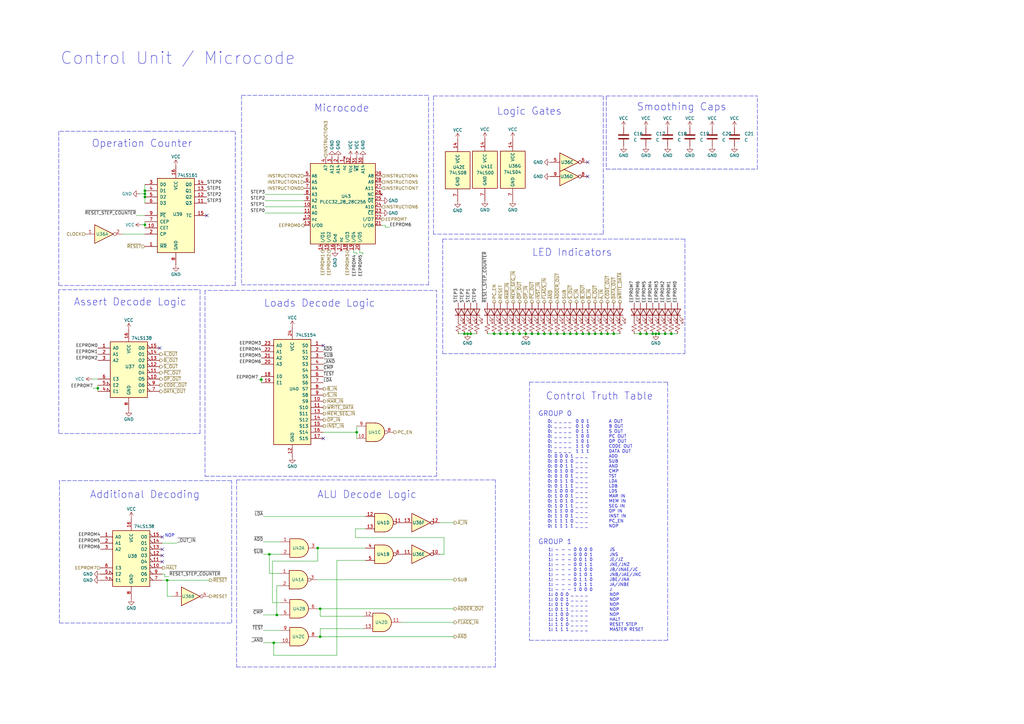
<source format=kicad_sch>
(kicad_sch (version 20211123) (generator eeschema)
  (paper "A3")
  (junction (at 215.646 136.906))
  (junction (at 131.318 249.682))
  (junction (at 249.174 136.906))
  (junction (at 236.474 136.906))
  (junction (at 262.636 136.906))
  (junction (at 270.256 136.906))
  (junction (at 210.566 136.906))
  (junction (at 130.302 224.79))
  (junction (at 202.692 136.906))
  (junction (at 131.318 261.112))
  (junction (at 268.986 136.906))
  (junction (at 231.394 136.906))
  (junction (at 205.232 136.906))
  (junction (at 275.336 136.906))
  (junction (at 107.188 155.702))
  (junction (at 265.176 136.906))
  (junction (at 191.77 136.906))
  (junction (at 272.796 136.906))
  (junction (at 208.026 136.906))
  (junction (at 59.436 92.202))
  (junction (at 213.106 136.906))
  (junction (at 113.538 252.222))
  (junction (at 220.726 136.906))
  (junction (at 59.436 79.502))
  (junction (at 228.6 136.906))
  (junction (at 68.58 237.998))
  (junction (at 241.554 136.906))
  (junction (at 239.014 136.906))
  (junction (at 246.634 136.906))
  (junction (at 146.304 177.292))
  (junction (at 233.934 136.906))
  (junction (at 223.266 136.906))
  (junction (at 267.716 136.906))
  (junction (at 112.268 263.652))
  (junction (at 244.094 136.906))
  (junction (at 40.132 159.258))
  (junction (at 193.04 136.906))
  (junction (at 190.5 136.906))
  (junction (at 110.49 227.33))
  (junction (at 251.714 136.906))
  (junction (at 59.436 80.772))
  (junction (at 225.806 136.906))
  (junction (at 218.186 136.906))
  (junction (at 59.436 78.232))
  (no_connect (at 66.548 220.218))
  (no_connect (at 84.836 88.392))
  (no_connect (at 132.588 141.732))
  (no_connect (at 66.548 225.298))
  (no_connect (at 65.532 142.748))
  (no_connect (at 132.588 179.832))
  (no_connect (at 66.548 230.378))
  (no_connect (at 66.548 227.838))
  (no_connect (at 241.046 72.39))
  (no_connect (at 241.046 66.548))
  (wire (pts (xy 130.048 237.744) (xy 186.182 237.744)))
  (polyline (pts (xy 277.622 39.37) (xy 310.642 39.37)))
  (wire (pts (xy 210.566 136.906) (xy 213.106 136.906)))
  (wire (pts (xy 138.176 229.87) (xy 149.86 229.87)))
  (wire (pts (xy 59.436 78.232) (xy 59.436 75.692)))
  (wire (pts (xy 37.846 155.448) (xy 40.132 155.448)))
  (wire (pts (xy 110.49 227.33) (xy 115.062 227.33)))
  (wire (pts (xy 50.292 96.012) (xy 59.436 96.012)))
  (wire (pts (xy 218.186 136.906) (xy 220.726 136.906)))
  (wire (pts (xy 69.342 236.474) (xy 67.564 236.474)))
  (wire (pts (xy 108.712 82.296) (xy 124.714 82.296)))
  (wire (pts (xy 68.58 237.998) (xy 85.852 237.998)))
  (polyline (pts (xy 235.712 98.044) (xy 280.924 98.044)))
  (wire (pts (xy 107.95 222.25) (xy 115.062 222.25)))
  (wire (pts (xy 113.538 252.222) (xy 115.062 252.222)))
  (wire (pts (xy 59.436 80.772) (xy 59.436 83.312)))
  (polyline (pts (xy 177.8 96.012) (xy 177.8 39.37)))
  (wire (pts (xy 208.026 136.906) (xy 210.566 136.906)))
  (wire (pts (xy 114.808 240.284) (xy 113.538 240.284)))
  (wire (pts (xy 111.76 230.124) (xy 111.76 247.142)))
  (wire (pts (xy 251.714 136.906) (xy 254.254 136.906)))
  (wire (pts (xy 182.118 227.33) (xy 182.118 220.472)))
  (polyline (pts (xy 24.384 197.104) (xy 24.384 255.524)))
  (polyline (pts (xy 52.324 118.872) (xy 24.13 118.872)))
  (wire (pts (xy 146.304 104.394) (xy 146.304 103.632)))
  (wire (pts (xy 130.302 249.682) (xy 131.318 249.682)))
  (polyline (pts (xy 217.17 156.718) (xy 217.17 262.636)))
  (wire (pts (xy 262.636 136.906) (xy 265.176 136.906)))
  (wire (pts (xy 145.034 103.632) (xy 145.034 102.616)))
  (wire (pts (xy 246.634 136.906) (xy 249.174 136.906)))
  (wire (pts (xy 146.304 103.632) (xy 145.034 103.632)))
  (wire (pts (xy 113.538 240.284) (xy 113.538 252.222)))
  (wire (pts (xy 249.174 136.906) (xy 251.714 136.906)))
  (wire (pts (xy 110.49 227.33) (xy 110.49 235.204)))
  (wire (pts (xy 244.094 136.906) (xy 246.634 136.906)))
  (wire (pts (xy 265.176 136.906) (xy 267.716 136.906)))
  (polyline (pts (xy 94.996 255.524) (xy 94.996 197.104)))
  (wire (pts (xy 260.096 136.906) (xy 262.636 136.906)))
  (polyline (pts (xy 96.52 117.094) (xy 96.52 53.848)))
  (wire (pts (xy 146.304 174.752) (xy 146.304 177.292)))
  (wire (pts (xy 59.436 92.202) (xy 59.436 93.472)))
  (wire (pts (xy 147.574 102.616) (xy 147.574 103.632)))
  (wire (pts (xy 131.318 252.73) (xy 131.318 249.682)))
  (wire (pts (xy 145.796 216.916) (xy 149.86 216.916)))
  (wire (pts (xy 59.436 90.932) (xy 59.436 92.202)))
  (wire (pts (xy 67.564 235.458) (xy 66.548 235.458)))
  (polyline (pts (xy 125.73 119.126) (xy 179.07 119.126)))
  (polyline (pts (xy 177.8 39.37) (xy 215.646 39.37)))
  (polyline (pts (xy 82.042 177.8) (xy 82.042 118.872)))
  (wire (pts (xy 199.898 136.906) (xy 202.692 136.906)))
  (polyline (pts (xy 310.642 69.342) (xy 310.642 39.37)))
  (wire (pts (xy 215.646 136.906) (xy 218.186 136.906)))
  (wire (pts (xy 58.166 92.202) (xy 59.436 92.202)))
  (wire (pts (xy 138.176 229.87) (xy 138.176 268.732)))
  (polyline (pts (xy 139.7 39.116) (xy 175.768 39.116)))
  (wire (pts (xy 67.564 236.474) (xy 67.564 235.458)))
  (wire (pts (xy 180.34 214.376) (xy 186.182 214.376)))
  (wire (pts (xy 40.132 157.988) (xy 40.132 159.258)))
  (wire (pts (xy 107.95 252.222) (xy 113.538 252.222)))
  (wire (pts (xy 236.474 136.906) (xy 239.014 136.906)))
  (wire (pts (xy 107.95 263.652) (xy 112.268 263.652)))
  (polyline (pts (xy 125.73 119.126) (xy 84.074 119.126)))
  (wire (pts (xy 38.1 159.258) (xy 40.132 159.258)))
  (polyline (pts (xy 84.074 119.126) (xy 84.074 195.326)))
  (wire (pts (xy 267.716 136.906) (xy 268.986 136.906)))
  (wire (pts (xy 105.918 155.702) (xy 107.188 155.702)))
  (wire (pts (xy 130.302 230.124) (xy 111.76 230.124)))
  (wire (pts (xy 187.96 136.906) (xy 190.5 136.906)))
  (polyline (pts (xy 248.666 39.37) (xy 248.666 69.342)))
  (wire (pts (xy 108.712 79.756) (xy 124.714 79.756)))
  (wire (pts (xy 239.014 136.906) (xy 241.554 136.906)))
  (wire (pts (xy 107.95 211.836) (xy 149.86 211.836)))
  (polyline (pts (xy 181.61 145.034) (xy 280.924 145.034)))
  (polyline (pts (xy 24.384 255.524) (xy 94.996 255.524)))
  (wire (pts (xy 270.256 136.906) (xy 272.796 136.906)))
  (wire (pts (xy 228.6 136.906) (xy 231.394 136.906)))
  (polyline (pts (xy 235.966 98.044) (xy 181.61 98.044)))
  (polyline (pts (xy 52.07 118.872) (xy 82.042 118.872)))
  (wire (pts (xy 182.118 220.472) (xy 145.796 220.472)))
  (wire (pts (xy 108.712 84.836) (xy 124.714 84.836)))
  (wire (pts (xy 112.268 268.732) (xy 112.268 263.652)))
  (polyline (pts (xy 247.396 96.012) (xy 177.8 96.012)))
  (wire (pts (xy 68.58 237.998) (xy 68.58 244.602)))
  (polyline (pts (xy 248.666 69.342) (xy 310.642 69.342)))
  (polyline (pts (xy 181.61 98.044) (xy 181.61 145.034)))
  (wire (pts (xy 149.098 257.81) (xy 131.318 257.81)))
  (wire (pts (xy 108.712 87.376) (xy 124.714 87.376)))
  (wire (pts (xy 231.394 136.906) (xy 233.934 136.906)))
  (polyline (pts (xy 99.06 39.116) (xy 99.06 116.84)))
  (wire (pts (xy 193.04 136.906) (xy 195.58 136.906)))
  (polyline (pts (xy 84.074 195.326) (xy 179.07 195.326)))
  (polyline (pts (xy 97.028 273.558) (xy 203.2 273.558)))
  (wire (pts (xy 131.318 261.112) (xy 186.182 261.112)))
  (wire (pts (xy 147.574 103.632) (xy 148.844 103.632)))
  (wire (pts (xy 40.132 159.258) (xy 40.132 160.528)))
  (wire (pts (xy 55.88 88.392) (xy 59.436 88.392)))
  (wire (pts (xy 275.336 136.906) (xy 277.876 136.906)))
  (wire (pts (xy 205.232 136.906) (xy 202.692 136.906)))
  (polyline (pts (xy 217.17 156.718) (xy 273.812 156.718)))
  (polyline (pts (xy 273.812 262.636) (xy 217.17 262.636)))
  (wire (pts (xy 112.268 263.652) (xy 115.062 263.652)))
  (wire (pts (xy 241.554 136.906) (xy 244.094 136.906)))
  (wire (pts (xy 148.844 103.632) (xy 148.844 104.394)))
  (polyline (pts (xy 60.198 53.848) (xy 96.52 53.848)))
  (wire (pts (xy 70.612 244.602) (xy 68.58 244.602)))
  (wire (pts (xy 191.77 136.906) (xy 193.04 136.906)))
  (wire (pts (xy 159.766 93.218) (xy 157.988 93.218)))
  (wire (pts (xy 57.15 79.502) (xy 59.436 79.502)))
  (wire (pts (xy 66.548 237.998) (xy 68.58 237.998)))
  (wire (pts (xy 225.806 136.906) (xy 228.6 136.906)))
  (polyline (pts (xy 54.356 197.104) (xy 24.384 197.104)))
  (wire (pts (xy 107.188 155.702) (xy 107.188 156.972)))
  (polyline (pts (xy 280.924 145.034) (xy 280.924 98.044)))
  (wire (pts (xy 182.118 227.33) (xy 180.34 227.33)))
  (wire (pts (xy 205.232 136.906) (xy 208.026 136.906)))
  (polyline (pts (xy 148.844 196.85) (xy 97.028 196.85)))
  (wire (pts (xy 157.988 93.218) (xy 157.988 92.456)))
  (polyline (pts (xy 179.07 195.326) (xy 179.07 119.126)))
  (polyline (pts (xy 99.06 116.84) (xy 175.768 116.84)))
  (polyline (pts (xy 97.028 196.85) (xy 97.028 273.558)))
  (polyline (pts (xy 24.13 117.094) (xy 96.52 117.094)))
  (polyline (pts (xy 273.812 156.718) (xy 273.812 262.636)))
  (wire (pts (xy 131.318 257.81) (xy 131.318 261.112)))
  (wire (pts (xy 157.988 92.456) (xy 156.464 92.456)))
  (wire (pts (xy 130.302 224.79) (xy 149.86 224.79)))
  (wire (pts (xy 111.76 247.142) (xy 115.062 247.142)))
  (polyline (pts (xy 24.13 177.8) (xy 82.042 177.8)))
  (polyline (pts (xy 247.396 39.37) (xy 247.396 96.012)))
  (wire (pts (xy 59.436 78.232) (xy 59.436 79.502)))
  (wire (pts (xy 164.338 255.27) (xy 186.182 255.27)))
  (wire (pts (xy 107.95 258.572) (xy 115.062 258.572)))
  (wire (pts (xy 107.188 154.432) (xy 107.188 155.702)))
  (wire (pts (xy 220.726 136.906) (xy 223.266 136.906)))
  (polyline (pts (xy 54.356 197.104) (xy 94.996 197.104)))
  (wire (pts (xy 149.098 252.73) (xy 131.318 252.73)))
  (wire (pts (xy 223.266 136.906) (xy 225.806 136.906)))
  (wire (pts (xy 268.986 136.906) (xy 270.256 136.906)))
  (wire (pts (xy 132.588 177.292) (xy 146.304 177.292)))
  (polyline (pts (xy 215.646 39.37) (xy 247.396 39.37)))
  (wire (pts (xy 213.106 136.906) (xy 215.646 136.906)))
  (polyline (pts (xy 60.452 53.848) (xy 24.13 53.848)))
  (polyline (pts (xy 148.844 196.85) (xy 203.2 196.85)))
  (wire (pts (xy 146.304 177.292) (xy 146.304 179.832)))
  (wire (pts (xy 110.49 235.204) (xy 114.808 235.204)))
  (wire (pts (xy 130.302 261.112) (xy 131.318 261.112)))
  (polyline (pts (xy 24.13 118.872) (xy 24.13 177.8)))
  (wire (pts (xy 131.318 249.682) (xy 186.182 249.682)))
  (polyline (pts (xy 277.622 39.37) (xy 248.666 39.37)))
  (wire (pts (xy 130.302 224.79) (xy 130.302 230.124)))
  (wire (pts (xy 145.796 220.472) (xy 145.796 216.916)))
  (wire (pts (xy 272.796 136.906) (xy 275.336 136.906)))
  (polyline (pts (xy 139.7 39.116) (xy 99.06 39.116)))
  (polyline (pts (xy 24.13 53.848) (xy 24.13 117.094)))
  (polyline (pts (xy 175.768 116.84) (xy 175.768 39.116)))
  (wire (pts (xy 107.95 227.33) (xy 110.49 227.33)))
  (polyline (pts (xy 203.2 273.558) (xy 203.2 196.85)))
  (wire (pts (xy 59.436 79.502) (xy 59.436 80.772)))
  (wire (pts (xy 138.176 268.732) (xy 112.268 268.732)))
  (wire (pts (xy 72.644 222.758) (xy 66.548 222.758)))
  (wire (pts (xy 190.5 136.906) (xy 191.77 136.906)))
  (wire (pts (xy 233.934 136.906) (xy 236.474 136.906)))
  (text "1: - - - 0 0 0 0	JS\n1: - - - 0 0 0 1	JNS\n1: - - - 0 0 1 0	JE/JZ\n1: - - - 0 0 1 1	JNE/JNZ\n1: - - - 0 1 0 0	JB/JNAE/JC\n1: - - - 0 1 0 1	JNB/JAE/JNC\n1: - - - 0 1 1 0	JBE/JNA\n1: - - - 0 1 1 1	JA/JNBE\n1: - - - 1 0 0 0	J\n1: 0 0 0 _ _ _ _	NOP\n1: 0 0 1 _ _ _ _	NOP\n1: 0 1 0 _ _ _ _	NOP\n1: 0 1 1 _ _ _ _	NOP\n1: 1 0 0 _ _ _ _	NOP\n1: 1 0 1 _ _ _ _	HALT\n1: 1 1 0 _ _ _ _	RESET STEP\n1: 1 1 1 _ _ _ _	MASTER RESET" (at 224.79 259.08 0) (effects (font (size 1.27 1.27)) (justify left bottom)))
  (text "Loads Decode Logic" (at 108.204 126.238 0) (effects (font (size 3 3)) (justify left bottom)))
  (text "Additional Decoding" (at 36.83 204.724 0) (effects (font (size 3 3)) (justify left bottom)))
  (text "ALU Decode Logic" (at 130.048 204.724 0) (effects (font (size 3 3)) (justify left bottom)))
  (text "Smoothing Caps" (at 261.112 45.72 0) (effects (font (size 3 3)) (justify left bottom)))
  (text "NOP" (at 67.564 220.472 0) (effects (font (size 1.27 1.27)) (justify left bottom)))
  (text "Logic Gates" (at 203.708 47.498 0) (effects (font (size 3 3)) (justify left bottom)))
  (text "GROUP 0" (at 220.726 170.942 0) (effects (font (size 2 2)) (justify left bottom)))
  (text "Assert Decode Logic" (at 30.226 125.73 0) (effects (font (size 3 3)) (justify left bottom)))
  (text "Control Unit / Microcode" (at 24.638 26.924 0) (effects (font (size 5 5)) (justify left bottom)))
  (text "0: _ _ _ _  0 0 1	A OUT\n0: _ _ _ _  0 1 0	B OUT\n0: _ _ _ _  0 1 1	S OUT\n0: _ _ _ _  1 0 0	PC OUT\n0: _ _ _ _  1 0 1	OP OUT\n0: _ _ _ _  1 1 0	CODE OUT\n0: _ _ _ _  1 1 1	DATA OUT\n0: 0 0 0 1 _ _ _	ADD\n0: 0 0 1 0 _ _ _	SUB\n0: 0 0 1 1 _ _ _	AND\n0: 0 1 0 0 _ _ _	CMP\n0: 0 1 0 1 _ _ _	TST\n0: 0 1 1 0 _ _ _	LDA\n0: 0 1 1 1 _ _ _	LDB\n0: 1 0 0 0 _ _ _	LDS\n0: 1 0 0 1 _ _ _	MAR IN\n0: 1 0 1 0 _ _ _	MEM IN\n0: 1 0 1 1 _ _ _	SEG IN\n0: 1 1 0 0 _ _ _	OP IN\n0: 1 1 0 1 _ _ _	INST IN\n0: 1 1 1 0 _ _ _	PC_EN\n0: 1 1 1 1 _ _ _	NOP" (at 224.536 216.662 0) (effects (font (size 1.27 1.27)) (justify left bottom)))
  (text "Microcode" (at 128.778 46.228 0) (effects (font (size 3 3)) (justify left bottom)))
  (text "GROUP 1" (at 220.726 223.52 0) (effects (font (size 2 2)) (justify left bottom)))
  (text "Control Truth Table" (at 223.774 164.338 0) (effects (font (size 3 3)) (justify left bottom)))
  (text "Operation Counter" (at 37.592 60.706 0) (effects (font (size 3 3)) (justify left bottom)))
  (text "LED Indicators" (at 218.186 105.41 0) (effects (font (size 3 3)) (justify left bottom)))
  (label "EEPROM5" (at 265.176 124.206 90))
  (label "EEPROM6" (at 159.766 93.218 0))
  (label "~{_AND}" (at 132.588 149.352 0))
  (label "~{LDA}" (at 132.588 156.972 0))
  (label "EEPROM4" (at 41.148 220.218 180))
  (label "EEPROM2" (at 272.796 124.206 90))
  (label "EEPROM4" (at 146.304 104.394 270))
  (label "EEPROM7" (at 38.1 159.258 180))
  (label "EEPROM4" (at 267.716 124.206 90))
  (label "~{TEST}" (at 132.588 154.432 0))
  (label "~{SUB}" (at 132.588 146.812 0))
  (label "~{_AND}" (at 107.95 263.652 180))
  (label "~{ADD}" (at 132.588 144.272 0))
  (label "EEPROM6" (at 41.148 225.298 180))
  (label "~{LDA}" (at 107.95 211.836 180))
  (label "EEPROM5" (at 107.188 146.812 180))
  (label "~{ADD}" (at 107.95 222.25 180))
  (label "STEP2" (at 84.836 80.772 0))
  (label "EEPROM0" (at 40.132 142.748 180))
  (label "~{_OUT_IN}" (at 72.644 222.758 0))
  (label "EEPROM6" (at 262.636 124.206 90))
  (label "EEPROM1" (at 275.336 124.206 90))
  (label "EEPROM0" (at 277.876 124.206 90))
  (label "~{CMP}" (at 107.95 252.222 180))
  (label "STEP0" (at 195.58 124.206 90))
  (label "STEP0" (at 108.712 87.376 180))
  (label "EEPROM1" (at 40.132 145.288 180))
  (label "EEPROM3" (at 107.188 141.732 180))
  (label "EEPROM4" (at 107.188 144.272 180))
  (label "~{RESET_STEP_COUNTER}" (at 55.88 88.392 180))
  (label "STEP3" (at 84.836 83.312 0))
  (label "~{RESET_STEP_COUNTER}" (at 69.342 236.474 0))
  (label "~{TEST}" (at 107.95 258.572 180))
  (label "EEPROM5" (at 41.148 222.758 180))
  (label "~{RESET_STEP_COUNTER}" (at 199.898 124.206 90))
  (label "STEP3" (at 108.712 79.756 180))
  (label "EEPROM3" (at 270.256 124.206 90))
  (label "STEP3" (at 187.96 124.206 90))
  (label "EEPROM2" (at 40.132 147.828 180))
  (label "STEP1" (at 108.712 84.836 180))
  (label "~{SUB}" (at 107.95 227.33 180))
  (label "STEP1" (at 193.04 124.206 90))
  (label "EEPROM7" (at 105.918 155.702 180))
  (label "STEP1" (at 84.836 78.232 0))
  (label "EEPROM5" (at 148.844 104.394 270))
  (label "STEP2" (at 190.5 124.206 90))
  (label "STEP2" (at 108.712 82.296 180))
  (label "STEP0" (at 84.836 75.692 0))
  (label "EEPROM6" (at 107.188 149.352 180))
  (label "EEPROM7" (at 260.096 124.206 90))
  (label "~{CMP}" (at 132.588 151.892 0))
  (hierarchical_label "EEPROM2" (shape output) (at 134.874 102.616 270))
  (hierarchical_label "~{AND}" (shape output) (at 225.806 124.206 90))
  (hierarchical_label "~{OP_OUT}" (shape output) (at 213.106 124.206 90))
  (hierarchical_label "~{B_IN}" (shape output) (at 132.588 159.512 0))
  (hierarchical_label "~{ADDER_OUT}" (shape output) (at 228.6 124.206 90))
  (hierarchical_label "~{S_IN}" (shape output) (at 236.474 124.206 90))
  (hierarchical_label "~{S_OUT}" (shape output) (at 233.934 124.206 90))
  (hierarchical_label "~{CODE_OUT}" (shape output) (at 65.532 157.988 0))
  (hierarchical_label "~{MAR_IN}" (shape output) (at 132.588 164.592 0))
  (hierarchical_label "PC_EN" (shape output) (at 202.692 124.206 90))
  (hierarchical_label "RESET" (shape output) (at 205.232 124.206 90))
  (hierarchical_label "RESET" (shape output) (at 85.852 244.602 0))
  (hierarchical_label "SUB" (shape output) (at 186.182 237.744 0))
  (hierarchical_label "~{B_OUT}" (shape output) (at 65.532 147.828 0))
  (hierarchical_label "~{FLAGS_IN}" (shape output) (at 223.266 124.206 90))
  (hierarchical_label "~{PC_OUT}" (shape output) (at 218.186 124.206 90))
  (hierarchical_label "~{RESET}" (shape output) (at 85.852 237.998 0))
  (hierarchical_label "~{S_IN}" (shape output) (at 132.588 162.052 0))
  (hierarchical_label "~{HALT}" (shape output) (at 66.548 232.918 0))
  (hierarchical_label "INSTRUCTION0" (shape input) (at 124.714 77.216 180))
  (hierarchical_label "~{WRITE_DATA}" (shape output) (at 254.254 124.206 90))
  (hierarchical_label "~{A_OUT}" (shape output) (at 244.094 124.206 90))
  (hierarchical_label "~{B_OUT}" (shape output) (at 239.014 124.206 90))
  (hierarchical_label "EEPROM1" (shape output) (at 132.334 102.616 270))
  (hierarchical_label "~{B_IN}" (shape output) (at 241.554 124.206 90))
  (hierarchical_label "EEPROM7" (shape output) (at 156.464 89.916 0))
  (hierarchical_label "~{INST_IN}" (shape output) (at 132.588 174.752 0))
  (hierarchical_label "INSTRUCTION2" (shape input) (at 124.714 72.136 180))
  (hierarchical_label "~{A_IN}" (shape output) (at 186.182 214.376 0))
  (hierarchical_label "~{PC_OUT}" (shape output) (at 65.532 152.908 0))
  (hierarchical_label "~{DATA_OUT}" (shape output) (at 251.714 124.206 90))
  (hierarchical_label "INSTRUCTION6" (shape input) (at 156.464 84.836 0))
  (hierarchical_label "~{OP_IN}" (shape output) (at 132.588 172.212 0))
  (hierarchical_label "~{FLAGS_IN}" (shape output) (at 186.182 255.27 0))
  (hierarchical_label "EEPROM0" (shape output) (at 124.714 92.456 180))
  (hierarchical_label "~{RESET}" (shape input) (at 59.436 101.092 180))
  (hierarchical_label "INSTRUCTION1" (shape input) (at 124.714 74.676 180))
  (hierarchical_label "~{A_OUT}" (shape output) (at 65.532 145.288 0))
  (hierarchical_label "EEPROM7" (shape input) (at 41.148 232.918 180))
  (hierarchical_label "INSTRUCTION4" (shape input) (at 156.464 72.136 0))
  (hierarchical_label "~{MEM_SEG_IN}" (shape output) (at 132.588 169.672 0))
  (hierarchical_label "~{OP_IN}" (shape output) (at 215.646 124.206 90))
  (hierarchical_label "~{S_OUT}" (shape output) (at 65.532 150.368 0))
  (hierarchical_label "~{INST_IN}" (shape output) (at 220.726 124.206 90))
  (hierarchical_label "~{CODE_OUT}" (shape output) (at 249.174 124.206 90))
  (hierarchical_label "~{AND}" (shape output) (at 186.182 261.112 0))
  (hierarchical_label "~{OP_OUT}" (shape output) (at 65.532 155.448 0))
  (hierarchical_label "EEPROM3" (shape output) (at 142.494 102.616 270))
  (hierarchical_label "INSTRUCTION3" (shape input) (at 133.604 64.516 90))
  (hierarchical_label "CLOCK" (shape input) (at 35.052 96.012 180))
  (hierarchical_label "~{MAR_IN}" (shape output) (at 208.026 124.206 90))
  (hierarchical_label "PC_EN" (shape output) (at 161.544 177.292 0))
  (hierarchical_label "INSTRUCTION7" (shape input) (at 156.464 77.216 0))
  (hierarchical_label "~{MEM_SEG_IN}" (shape output) (at 210.566 124.206 90))
  (hierarchical_label "SUB" (shape output) (at 231.394 124.206 90))
  (hierarchical_label "~{A_IN}" (shape output) (at 246.634 124.206 90))
  (hierarchical_label "~{ADDER_OUT}" (shape output) (at 186.182 249.682 0))
  (hierarchical_label "~{DATA_OUT}" (shape output) (at 65.532 160.528 0))
  (hierarchical_label "INSTRUCTION5" (shape input) (at 156.464 74.676 0))
  (hierarchical_label "~{WRITE_DATA}" (shape output) (at 132.588 167.132 0))
  (symbol (lib_id "74xx:74LS00") (at 157.48 227.33 0) (unit 2)
    (property "Reference" "U41" (at 157.226 227.33 0))
    (property "Value" "74LS00" (effects hide))
    (property "Footprint" "Package_SO:TSSOP-14_4.4x5mm_P0.65mm" (effects hide))
    (property "Datasheet" "http://www.ti.com/lit/gpn/sn74ls00" (effects hide))
  )
  (symbol (lib_id "power:VCC") (at 187.706 57.15 0) (unit 1)
    (property "Reference" "#PWR0167" (effects hide))
    (property "Value" "VCC" (at 187.706 53.34 0))
  )
  (symbol (lib_id "Device:LED") (at 233.934 128.016 90) (unit 1)
    (property "Reference" "D91" (effects hide))
    (property "Value" "LED" (effects hide))
    (property "Footprint" "LED_SMD:LED_0805_2012Metric" (effects hide))
  )
  (symbol (lib_id "74xx:74LS08") (at 122.682 261.112 0) (unit 3)
    (property "Reference" "U42" (at 122.428 261.112 0))
    (property "Value" "74LS08" (effects hide))
    (property "Footprint" "Package_SO:TSSOP-14_4.4x5mm_P0.65mm" (effects hide))
    (property "Datasheet" "http://www.ti.com/lit/gpn/sn74LS08" (effects hide))
  )
  (symbol (lib_id "Device:LED") (at 260.096 128.016 90) (unit 1)
    (property "Reference" "D100" (effects hide))
    (property "Value" "LED" (effects hide))
    (property "Footprint" "LED_SMD:LED_0805_2012Metric" (effects hide))
  )
  (symbol (lib_id "Device:R_Small_US") (at 254.254 134.366 0) (unit 1)
    (property "Reference" "R99" (effects hide))
    (property "Value" "R_Small_US" (effects hide))
    (property "Footprint" "Resistor_SMD:R_0805_2012Metric" (effects hide))
  )
  (symbol (lib_id "Device:LED") (at 277.876 128.016 90) (unit 1)
    (property "Reference" "D107" (effects hide))
    (property "Value" "LED" (effects hide))
    (property "Footprint" "LED_SMD:LED_0805_2012Metric" (effects hide))
  )
  (symbol (lib_id "Device:R_Small_US") (at 275.336 134.366 0) (unit 1)
    (property "Reference" "R106" (effects hide))
    (property "Value" "R_Small_US" (effects hide))
    (property "Footprint" "Resistor_SMD:R_0805_2012Metric" (effects hide))
  )
  (symbol (lib_id "Device:R_Small_US") (at 244.094 134.366 0) (unit 1)
    (property "Reference" "R95" (effects hide))
    (property "Value" "R_Small_US" (effects hide))
    (property "Footprint" "Resistor_SMD:R_0805_2012Metric" (effects hide))
  )
  (symbol (lib_id "74xx:74LS138") (at 53.848 227.838 0) (unit 1)
    (property "Reference" "U38" (at 52.324 228.092 0) (effects (justify left)))
    (property "Value" "74LS138" (at 54.864 215.9 0) (effects (justify left)))
    (property "Footprint" "Package_SO:TSSOP-16_4.4x5mm_P0.65mm" (effects hide))
    (property "Datasheet" "http://www.ti.com/lit/gpn/sn74LS138" (effects hide))
  )
  (symbol (lib_id "Device:LED") (at 225.806 128.016 90) (unit 1)
    (property "Reference" "D88" (effects hide))
    (property "Value" "LED" (effects hide))
    (property "Footprint" "LED_SMD:LED_0805_2012Metric" (effects hide))
  )
  (symbol (lib_id "power:VCC") (at 143.764 64.516 0) (unit 1)
    (property "Reference" "#PWR0162" (effects hide))
    (property "Value" "VCC" (at 143.764 59.436 90))
  )
  (symbol (lib_id "power:VCC") (at 52.832 135.128 0) (unit 1)
    (property "Reference" "#PWR0149" (effects hide))
    (property "Value" "VCC" (at 52.832 131.318 0))
  )
  (symbol (lib_id "Device:LED") (at 199.898 128.016 90) (unit 1)
    (property "Reference" "D78" (effects hide))
    (property "Value" "LED" (effects hide))
    (property "Footprint" "LED_SMD:LED_0805_2012Metric" (effects hide))
  )
  (symbol (lib_id "power:GND") (at 138.684 64.516 180) (unit 1)
    (property "Reference" "#PWR0161" (effects hide))
    (property "Value" "GND" (at 138.684 59.436 90))
  )
  (symbol (lib_id "Device:R_Small_US") (at 272.796 134.366 0) (unit 1)
    (property "Reference" "R105" (effects hide))
    (property "Value" "R_Small_US" (effects hide))
    (property "Footprint" "Resistor_SMD:R_0805_2012Metric" (effects hide))
  )
  (symbol (lib_id "power:VCC") (at 72.136 68.072 0) (unit 1)
    (property "Reference" "#PWR0155" (effects hide))
    (property "Value" "VCC" (at 72.136 64.262 0))
  )
  (symbol (lib_id "Device:LED") (at 246.634 128.016 90) (unit 1)
    (property "Reference" "D96" (effects hide))
    (property "Value" "LED" (effects hide))
    (property "Footprint" "LED_SMD:LED_0805_2012Metric" (effects hide))
  )
  (symbol (lib_id "Device:R_Small_US") (at 205.232 134.366 0) (unit 1)
    (property "Reference" "R80" (effects hide))
    (property "Value" "R_Small_US" (effects hide))
    (property "Footprint" "Resistor_SMD:R_0805_2012Metric" (effects hide))
  )
  (symbol (lib_id "74xx:74LS04") (at 78.232 244.602 0) (unit 2)
    (property "Reference" "U36" (at 77.216 244.602 0))
    (property "Value" "74LS04" (effects hide))
    (property "Footprint" "Package_SO:TSSOP-14_4.4x5mm_P0.65mm" (effects hide))
    (property "Datasheet" "http://www.ti.com/lit/gpn/sn74LS04" (effects hide))
  )
  (symbol (lib_id "74xx:74LS154") (at 119.888 159.512 0) (unit 1)
    (property "Reference" "U40" (at 118.618 159.512 0) (effects (justify left)))
    (property "Value" "74LS154" (at 121.158 137.414 0) (effects (justify left)))
    (property "Footprint" "Package_SO:SOIC-24W_7.5x15.4mm_P1.27mm" (effects hide))
    (property "Datasheet" "http://www.ti.com/lit/gpn/sn74LS154" (effects hide))
  )
  (symbol (lib_id "Device:R_Small_US") (at 190.5 134.366 0) (unit 1)
    (property "Reference" "R75" (effects hide))
    (property "Value" "R_Small_US" (effects hide))
    (property "Footprint" "Resistor_SMD:R_0805_2012Metric" (effects hide))
  )
  (symbol (lib_id "power:VCC") (at 264.922 52.324 0) (unit 1)
    (property "Reference" "#PWR0179" (effects hide))
    (property "Value" "VCC" (at 264.922 48.514 0))
  )
  (symbol (lib_id "Device:R_Small_US") (at 233.934 134.366 0) (unit 1)
    (property "Reference" "R91" (effects hide))
    (property "Value" "R_Small_US" (effects hide))
    (property "Footprint" "Resistor_SMD:R_0805_2012Metric" (effects hide))
  )
  (symbol (lib_id "Device:R_Small_US") (at 267.716 134.366 0) (unit 1)
    (property "Reference" "R103" (effects hide))
    (property "Value" "R_Small_US" (effects hide))
    (property "Footprint" "Resistor_SMD:R_0805_2012Metric" (effects hide))
  )
  (symbol (lib_id "Device:R_Small_US") (at 193.04 134.366 0) (unit 1)
    (property "Reference" "R76" (effects hide))
    (property "Value" "R_Small_US" (effects hide))
    (property "Footprint" "Resistor_SMD:R_0805_2012Metric" (effects hide))
  )
  (symbol (lib_id "Device:LED") (at 228.6 128.016 90) (unit 1)
    (property "Reference" "D89" (effects hide))
    (property "Value" "LED" (effects hide))
    (property "Footprint" "LED_SMD:LED_0805_2012Metric" (effects hide))
  )
  (symbol (lib_id "Device:R_Small_US") (at 218.186 134.366 0) (unit 1)
    (property "Reference" "R85" (effects hide))
    (property "Value" "R_Small_US" (effects hide))
    (property "Footprint" "Resistor_SMD:R_0805_2012Metric" (effects hide))
  )
  (symbol (lib_id "Device:R_Small_US") (at 228.6 134.366 0) (unit 1)
    (property "Reference" "R89" (effects hide))
    (property "Value" "R_Small_US" (effects hide))
    (property "Footprint" "Resistor_SMD:R_0805_2012Metric" (effects hide))
  )
  (symbol (lib_id "power:GND") (at 57.15 79.502 270) (unit 1)
    (property "Reference" "#PWR0153" (effects hide))
    (property "Value" "GND" (at 52.07 79.502 90))
  )
  (symbol (lib_id "Device:R_Small_US") (at 208.026 134.366 0) (unit 1)
    (property "Reference" "R81" (effects hide))
    (property "Value" "R_Small_US" (effects hide))
    (property "Footprint" "Resistor_SMD:R_0805_2012Metric" (effects hide))
  )
  (symbol (lib_id "power:VCC") (at 58.166 92.202 90) (unit 1)
    (property "Reference" "#PWR0154" (effects hide))
    (property "Value" "VCC" (at 53.34 92.202 90))
  )
  (symbol (lib_id "Device:C") (at 292.1 56.134 0) (unit 1)
    (property "Reference" "C20" (at 296.164 54.8639 0) (effects (justify left)))
    (property "Value" "C" (at 296.164 57.4039 0) (effects (justify left)))
    (property "Footprint" "Capacitor_SMD:C_0805_2012Metric" (effects hide))
  )
  (symbol (lib_id "Device:R_Small_US") (at 251.714 134.366 0) (unit 1)
    (property "Reference" "R98" (effects hide))
    (property "Value" "R_Small_US" (effects hide))
    (property "Footprint" "Resistor_SMD:R_0805_2012Metric" (effects hide))
  )
  (symbol (lib_id "Device:LED") (at 239.014 128.016 90) (unit 1)
    (property "Reference" "D93" (effects hide))
    (property "Value" "LED" (effects hide))
    (property "Footprint" "LED_SMD:LED_0805_2012Metric" (effects hide))
  )
  (symbol (lib_id "74xx:74LS08") (at 122.682 224.79 0) (unit 1)
    (property "Reference" "U42" (at 122.428 224.79 0))
    (property "Value" "74LS08" (effects hide))
    (property "Footprint" "Package_SO:TSSOP-14_4.4x5mm_P0.65mm" (effects hide))
    (property "Datasheet" "http://www.ti.com/lit/gpn/sn74LS08" (effects hide))
  )
  (symbol (lib_id "power:VCC") (at 210.312 56.896 0) (unit 1)
    (property "Reference" "#PWR0172" (effects hide))
    (property "Value" "VCC" (at 210.312 53.086 0))
  )
  (symbol (lib_id "74xx:74LS00") (at 157.48 214.376 0) (unit 4)
    (property "Reference" "U41" (at 157.226 214.376 0))
    (property "Value" "74LS00" (effects hide))
    (property "Footprint" "Package_SO:TSSOP-14_4.4x5mm_P0.65mm" (effects hide))
    (property "Datasheet" "http://www.ti.com/lit/gpn/sn74ls00" (effects hide))
  )
  (symbol (lib_id "74xx:74LS08") (at 122.682 249.682 0) (unit 2)
    (property "Reference" "U42" (at 122.682 249.682 0))
    (property "Value" "74LS08" (effects hide))
    (property "Footprint" "Package_SO:TSSOP-14_4.4x5mm_P0.65mm" (effects hide))
    (property "Datasheet" "http://www.ti.com/lit/gpn/sn74LS08" (effects hide))
  )
  (symbol (lib_id "Device:R_Small_US") (at 270.256 134.366 0) (unit 1)
    (property "Reference" "R104" (effects hide))
    (property "Value" "R_Small_US" (effects hide))
    (property "Footprint" "Resistor_SMD:R_0805_2012Metric" (effects hide))
  )
  (symbol (lib_id "power:GND") (at 301.244 59.944 0) (unit 1)
    (property "Reference" "#PWR0189" (effects hide))
    (property "Value" "GND" (at 301.244 63.754 0))
  )
  (symbol (lib_id "power:GND") (at 148.844 64.516 180) (unit 1)
    (property "Reference" "#PWR0164" (effects hide))
    (property "Value" "GND" (at 148.844 59.436 90))
  )
  (symbol (lib_id "Device:R_Small_US") (at 265.176 134.366 0) (unit 1)
    (property "Reference" "R102" (effects hide))
    (property "Value" "R_Small_US" (effects hide))
    (property "Footprint" "Resistor_SMD:R_0805_2012Metric" (effects hide))
  )
  (symbol (lib_id "Device:LED") (at 251.714 128.016 90) (unit 1)
    (property "Reference" "D98" (effects hide))
    (property "Value" "LED" (effects hide))
    (property "Footprint" "LED_SMD:LED_0805_2012Metric" (effects hide))
  )
  (symbol (lib_id "power:VCC") (at 53.848 212.598 0) (unit 1)
    (property "Reference" "#PWR0151" (effects hide))
    (property "Value" "VCC" (at 53.848 208.788 0))
  )
  (symbol (lib_id "74xx:74LS04") (at 210.312 69.596 0) (unit 7)
    (property "Reference" "U36" (at 208.534 68.072 0) (effects (justify left)))
    (property "Value" "74LS04" (at 206.502 70.612 0) (effects (justify left)))
    (property "Footprint" "Package_SO:TSSOP-14_4.4x5mm_P0.65mm" (effects hide))
    (property "Datasheet" "http://www.ti.com/lit/gpn/sn74LS04" (effects hide))
  )
  (symbol (lib_id "Device:LED") (at 270.256 128.016 90) (unit 1)
    (property "Reference" "D104" (effects hide))
    (property "Value" "LED" (effects hide))
    (property "Footprint" "LED_SMD:LED_0805_2012Metric" (effects hide))
  )
  (symbol (lib_id "Device:R_Small_US") (at 236.474 134.366 0) (unit 1)
    (property "Reference" "R92" (effects hide))
    (property "Value" "R_Small_US" (effects hide))
    (property "Footprint" "Resistor_SMD:R_0805_2012Metric" (effects hide))
  )
  (symbol (lib_id "power:GND") (at 53.848 245.618 0) (unit 1)
    (property "Reference" "#PWR0152" (effects hide))
    (property "Value" "GND" (at 53.848 249.428 0))
  )
  (symbol (lib_id "74xx:74LS04") (at 233.426 66.548 0) (unit 3)
    (property "Reference" "U36" (at 232.664 66.548 0))
    (property "Value" "74LS04" (effects hide))
    (property "Footprint" "Package_SO:TSSOP-14_4.4x5mm_P0.65mm" (effects hide))
    (property "Datasheet" "http://www.ti.com/lit/gpn/sn74LS04" (effects hide))
  )
  (symbol (lib_id "Device:LED") (at 262.636 128.016 90) (unit 1)
    (property "Reference" "D101" (effects hide))
    (property "Value" "LED" (effects hide))
    (property "Footprint" "LED_SMD:LED_0805_2012Metric" (effects hide))
  )
  (symbol (lib_id "Device:LED") (at 187.96 128.016 90) (unit 1)
    (property "Reference" "D74" (effects hide))
    (property "Value" "LED" (effects hide))
    (property "Footprint" "LED_SMD:LED_0805_2012Metric" (effects hide))
  )
  (symbol (lib_id "Device:R_Small_US") (at 231.394 134.366 0) (unit 1)
    (property "Reference" "R90" (effects hide))
    (property "Value" "R_Small_US" (effects hide))
    (property "Footprint" "Resistor_SMD:R_0805_2012Metric" (effects hide))
  )
  (symbol (lib_id "Device:LED") (at 210.566 128.016 90) (unit 1)
    (property "Reference" "D82" (effects hide))
    (property "Value" "LED" (effects hide))
    (property "Footprint" "LED_SMD:LED_0805_2012Metric" (effects hide))
  )
  (symbol (lib_id "power:GND") (at 264.922 59.944 0) (unit 1)
    (property "Reference" "#PWR0180" (effects hide))
    (property "Value" "GND" (at 264.922 63.754 0))
  )
  (symbol (lib_id "power:GND") (at 137.414 102.616 0) (unit 1)
    (property "Reference" "#PWR0160" (effects hide))
    (property "Value" "GND" (at 137.414 107.696 90))
  )
  (symbol (lib_id "74xx:74LS161") (at 72.136 88.392 0) (unit 1)
    (property "Reference" "U39" (at 70.866 87.884 0) (effects (justify left)))
    (property "Value" "74LS161" (at 72.644 71.882 0) (effects (justify left)))
    (property "Footprint" "Package_SO:SOIC-16_3.9x9.9mm_P1.27mm" (effects hide))
    (property "Datasheet" "http://www.ti.com/lit/gpn/sn74LS161" (effects hide))
  )
  (symbol (lib_id "power:GND") (at 52.832 168.148 0) (unit 1)
    (property "Reference" "#PWR0150" (effects hide))
    (property "Value" "GND" (at 52.832 171.958 0))
  )
  (symbol (lib_id "Stephen:PLCC32_28_28C256") (at 139.954 82.296 0) (unit 1)
    (property "Reference" "U43" (at 139.954 80.518 0) (effects (justify left)))
    (property "Value" "PLCC32_28_28C256" (at 131.064 82.804 0) (effects (justify left)))
    (property "Footprint" "Stephenv6:PLCC-32-SOCKET-Microchip-32J-10_2001-B-IPC_A" (effects hide))
    (property "Datasheet" "http://ww1.microchip.com/downloads/en/DeviceDoc/doc0006.pdf" (effects hide))
  )
  (symbol (lib_id "power:GND") (at 72.136 108.712 0) (unit 1)
    (property "Reference" "#PWR0156" (effects hide))
    (property "Value" "GND" (at 72.136 112.522 0))
  )
  (symbol (lib_id "Device:LED") (at 205.232 128.016 90) (unit 1)
    (property "Reference" "D80" (effects hide))
    (property "Value" "LED" (effects hide))
    (property "Footprint" "LED_SMD:LED_0805_2012Metric" (effects hide))
  )
  (symbol (lib_id "74xx:74LS04") (at 172.72 227.33 0) (unit 5)
    (property "Reference" "U36" (at 171.704 227.33 0))
    (property "Value" "74LS04" (effects hide))
    (property "Footprint" "Package_SO:TSSOP-14_4.4x5mm_P0.65mm" (effects hide))
    (property "Datasheet" "http://www.ti.com/lit/gpn/sn74LS04" (effects hide))
  )
  (symbol (lib_id "Device:R_Small_US") (at 210.566 134.366 0) (unit 1)
    (property "Reference" "R82" (effects hide))
    (property "Value" "R_Small_US" (effects hide))
    (property "Footprint" "Resistor_SMD:R_0805_2012Metric" (effects hide))
  )
  (symbol (lib_id "Device:R_Small_US") (at 246.634 134.366 0) (unit 1)
    (property "Reference" "R96" (effects hide))
    (property "Value" "R_Small_US" (effects hide))
    (property "Footprint" "Resistor_SMD:R_0805_2012Metric" (effects hide))
  )
  (symbol (lib_id "Device:R_Small_US") (at 225.806 134.366 0) (unit 1)
    (property "Reference" "R88" (effects hide))
    (property "Value" "R_Small_US" (effects hide))
    (property "Footprint" "Resistor_SMD:R_0805_2012Metric" (effects hide))
  )
  (symbol (lib_id "power:VCC") (at 119.888 134.112 0) (unit 1)
    (property "Reference" "#PWR0157" (effects hide))
    (property "Value" "VCC" (at 119.888 130.302 0))
  )
  (symbol (lib_id "Device:R_Small_US") (at 187.96 134.366 0) (unit 1)
    (property "Reference" "R74" (effects hide))
    (property "Value" "R_Small_US" (effects hide))
    (property "Footprint" "Resistor_SMD:R_0805_2012Metric" (effects hide))
  )
  (symbol (lib_id "power:GND") (at 273.812 59.944 0) (unit 1)
    (property "Reference" "#PWR0183" (effects hide))
    (property "Value" "GND" (at 273.812 63.754 0))
  )
  (symbol (lib_id "power:GND") (at 198.882 82.296 0) (unit 1)
    (property "Reference" "#PWR0171" (effects hide))
    (property "Value" "GND" (at 198.882 86.106 0))
  )
  (symbol (lib_id "power:VCC") (at 301.244 52.324 0) (unit 1)
    (property "Reference" "#PWR0188" (effects hide))
    (property "Value" "VCC" (at 301.244 48.514 0))
  )
  (symbol (lib_id "Device:LED") (at 244.094 128.016 90) (unit 1)
    (property "Reference" "D95" (effects hide))
    (property "Value" "LED" (effects hide))
    (property "Footprint" "LED_SMD:LED_0805_2012Metric" (effects hide))
  )
  (symbol (lib_id "power:VCC") (at 37.846 155.448 90) (unit 1)
    (property "Reference" "#PWR0146" (effects hide))
    (property "Value" "VCC" (at 32.766 155.448 90))
  )
  (symbol (lib_id "Device:LED") (at 231.394 128.016 90) (unit 1)
    (property "Reference" "D90" (effects hide))
    (property "Value" "LED" (effects hide))
    (property "Footprint" "LED_SMD:LED_0805_2012Metric" (effects hide))
  )
  (symbol (lib_id "Device:LED") (at 241.554 128.016 90) (unit 1)
    (property "Reference" "D94" (effects hide))
    (property "Value" "LED" (effects hide))
    (property "Footprint" "LED_SMD:LED_0805_2012Metric" (effects hide))
  )
  (symbol (lib_id "power:GND") (at 136.144 64.516 180) (unit 1)
    (property "Reference" "#PWR0159" (effects hide))
    (property "Value" "GND" (at 136.144 59.436 90))
  )
  (symbol (lib_id "Device:LED") (at 267.716 128.016 90) (unit 1)
    (property "Reference" "D103" (effects hide))
    (property "Value" "LED" (effects hide))
    (property "Footprint" "LED_SMD:LED_0805_2012Metric" (effects hide))
  )
  (symbol (lib_id "Device:LED") (at 272.796 128.016 90) (unit 1)
    (property "Reference" "D105" (effects hide))
    (property "Value" "LED" (effects hide))
    (property "Footprint" "LED_SMD:LED_0805_2012Metric" (effects hide))
  )
  (symbol (lib_id "Device:LED") (at 213.106 128.016 90) (unit 1)
    (property "Reference" "D83" (effects hide))
    (property "Value" "LED" (effects hide))
    (property "Footprint" "LED_SMD:LED_0805_2012Metric" (effects hide))
  )
  (symbol (lib_id "power:GND") (at 282.956 59.944 0) (unit 1)
    (property "Reference" "#PWR0185" (effects hide))
    (property "Value" "GND" (at 282.956 63.754 0))
  )
  (symbol (lib_id "Device:LED") (at 190.5 128.016 90) (unit 1)
    (property "Reference" "D75" (effects hide))
    (property "Value" "LED" (effects hide))
    (property "Footprint" "LED_SMD:LED_0805_2012Metric" (effects hide))
  )
  (symbol (lib_id "74xx:74LS04") (at 233.426 72.39 0) (unit 4)
    (property "Reference" "U36" (at 232.41 72.39 0))
    (property "Value" "74LS04" (effects hide))
    (property "Footprint" "Package_SO:TSSOP-14_4.4x5mm_P0.65mm" (effects hide))
    (property "Datasheet" "http://www.ti.com/lit/gpn/sn74LS04" (effects hide))
  )
  (symbol (lib_id "Device:C") (at 264.922 56.134 0) (unit 1)
    (property "Reference" "C17" (at 268.986 54.8639 0) (effects (justify left)))
    (property "Value" "C" (at 268.986 57.4039 0) (effects (justify left)))
    (property "Footprint" "Capacitor_SMD:C_0805_2012Metric" (effects hide))
  )
  (symbol (lib_id "Device:LED") (at 265.176 128.016 90) (unit 1)
    (property "Reference" "D102" (effects hide))
    (property "Value" "LED" (effects hide))
    (property "Footprint" "LED_SMD:LED_0805_2012Metric" (effects hide))
  )
  (symbol (lib_id "Device:R_Small_US") (at 199.898 134.366 0) (unit 1)
    (property "Reference" "R78" (effects hide))
    (property "Value" "R_Small_US" (effects hide))
    (property "Footprint" "Resistor_SMD:R_0805_2012Metric" (effects hide))
  )
  (symbol (lib_id "Device:LED") (at 236.474 128.016 90) (unit 1)
    (property "Reference" "D92" (effects hide))
    (property "Value" "LED" (effects hide))
    (property "Footprint" "LED_SMD:LED_0805_2012Metric" (effects hide))
  )
  (symbol (lib_id "Device:R_Small_US") (at 262.636 134.366 0) (unit 1)
    (property "Reference" "R101" (effects hide))
    (property "Value" "R_Small_US" (effects hide))
    (property "Footprint" "Resistor_SMD:R_0805_2012Metric" (effects hide))
  )
  (symbol (lib_id "Device:LED") (at 223.266 128.016 90) (unit 1)
    (property "Reference" "D87" (effects hide))
    (property "Value" "LED" (effects hide))
    (property "Footprint" "LED_SMD:LED_0805_2012Metric" (effects hide))
  )
  (symbol (lib_id "power:GND") (at 191.77 136.906 0) (unit 1)
    (property "Reference" "#PWR0169" (effects hide))
    (property "Value" "GND" (at 191.77 140.716 0))
  )
  (symbol (lib_id "power:VCC") (at 282.956 52.324 0) (unit 1)
    (property "Reference" "#PWR0184" (effects hide))
    (property "Value" "VCC" (at 282.956 48.514 0))
  )
  (symbol (lib_id "Device:LED") (at 208.026 128.016 90) (unit 1)
    (property "Reference" "D81" (effects hide))
    (property "Value" "LED" (effects hide))
    (property "Footprint" "LED_SMD:LED_0805_2012Metric" (effects hide))
  )
  (symbol (lib_id "power:GND") (at 225.806 66.548 270) (unit 1)
    (property "Reference" "#PWR0175" (effects hide))
    (property "Value" "GND" (at 220.726 66.548 90))
  )
  (symbol (lib_id "74xx:74LS138") (at 52.832 150.368 0) (unit 1)
    (property "Reference" "U37" (at 51.308 150.368 0) (effects (justify left)))
    (property "Value" "74LS138" (at 53.848 138.684 0) (effects (justify left)))
    (property "Footprint" "Package_SO:TSSOP-16_4.4x5mm_P0.65mm" (effects hide))
    (property "Datasheet" "http://www.ti.com/lit/gpn/sn74LS138" (effects hide))
  )
  (symbol (lib_id "power:VCC") (at 292.1 52.324 0) (unit 1)
    (property "Reference" "#PWR0186" (effects hide))
    (property "Value" "VCC" (at 292.1 48.514 0))
  )
  (symbol (lib_id "74xx:74LS00") (at 198.882 69.596 0) (unit 5)
    (property "Reference" "U41" (at 197.104 68.326 0) (effects (justify left)))
    (property "Value" "74LS00" (at 195.326 70.866 0) (effects (justify left)))
    (property "Footprint" "Package_SO:TSSOP-14_4.4x5mm_P0.65mm" (effects hide))
    (property "Datasheet" "http://www.ti.com/lit/gpn/sn74ls00" (effects hide))
  )
  (symbol (lib_id "power:GND") (at 41.148 235.458 270) (unit 1)
    (property "Reference" "#PWR0147" (effects hide))
    (property "Value" "GND" (at 36.068 235.458 90))
  )
  (symbol (lib_id "Device:C") (at 255.778 56.134 0) (unit 1)
    (property "Reference" "C16" (at 259.842 54.8639 0) (effects (justify left)))
    (property "Value" "C" (at 259.842 57.4039 0) (effects (justify left)))
    (property "Footprint" "Capacitor_SMD:C_0805_2012Metric" (effects hide))
  )
  (symbol (lib_id "74xx:74LS04") (at 172.72 214.376 0) (unit 6)
    (property "Reference" "U36" (at 171.704 214.376 0))
    (property "Value" "74LS04" (effects hide))
    (property "Footprint" "Package_SO:TSSOP-14_4.4x5mm_P0.65mm" (effects hide))
    (property "Datasheet" "http://www.ti.com/lit/gpn/sn74LS04" (effects hide))
  )
  (symbol (lib_id "power:GND") (at 210.312 82.296 0) (unit 1)
    (property "Reference" "#PWR0173" (effects hide))
    (property "Value" "GND" (at 210.312 86.106 0))
  )
  (symbol (lib_id "power:GND") (at 187.706 82.55 0) (unit 1)
    (property "Reference" "#PWR0168" (effects hide))
    (property "Value" "GND" (at 187.706 86.36 0))
  )
  (symbol (lib_id "74xx:74LS04") (at 42.672 96.012 0) (unit 1)
    (property "Reference" "U36" (at 41.91 96.012 0))
    (property "Value" "74LS04" (effects hide))
    (property "Footprint" "Package_SO:TSSOP-14_4.4x5mm_P0.65mm" (effects hide))
    (property "Datasheet" "http://www.ti.com/lit/gpn/sn74LS04" (effects hide))
  )
  (symbol (lib_id "Device:R_Small_US") (at 277.876 134.366 0) (unit 1)
    (property "Reference" "R107" (effects hide))
    (property "Value" "R_Small_US" (effects hide))
    (property "Footprint" "Resistor_SMD:R_0805_2012Metric" (effects hide))
  )
  (symbol (lib_id "power:GND") (at 255.778 59.944 0) (unit 1)
    (property "Reference" "#PWR0178" (effects hide))
    (property "Value" "GND" (at 255.778 63.754 0))
  )
  (symbol (lib_id "74xx:74LS08") (at 156.718 255.27 0) (unit 4)
    (property "Reference" "U42" (at 156.464 255.27 0))
    (property "Value" "74LS08" (effects hide))
    (property "Footprint" "Package_SO:TSSOP-14_4.4x5mm_P0.65mm" (effects hide))
    (property "Datasheet" "http://www.ti.com/lit/gpn/sn74LS08" (effects hide))
  )
  (symbol (lib_id "Device:LED") (at 193.04 128.016 90) (unit 1)
    (property "Reference" "D76" (effects hide))
    (property "Value" "LED" (effects hide))
    (property "Footprint" "LED_SMD:LED_0805_2012Metric" (effects hide))
  )
  (symbol (lib_id "power:GND") (at 119.888 187.452 0) (unit 1)
    (property "Reference" "#PWR0158" (effects hide))
    (property "Value" "GND" (at 119.888 191.262 0))
  )
  (symbol (lib_id "power:VCC") (at 273.812 52.324 0) (unit 1)
    (property "Reference" "#PWR0182" (effects hide))
    (property "Value" "VCC" (at 273.812 48.514 0))
  )
  (symbol (lib_id "power:VCC") (at 146.304 64.516 0) (unit 1)
    (property "Reference" "#PWR0163" (effects hide))
    (property "Value" "VCC" (at 146.304 59.436 90))
  )
  (symbol (lib_id "power:VCC") (at 198.882 56.896 0) (unit 1)
    (property "Reference" "#PWR0170" (effects hide))
    (property "Value" "VCC" (at 198.882 53.086 0))
  )
  (symbol (lib_id "Device:C") (at 273.812 56.134 0) (unit 1)
    (property "Reference" "C18" (at 277.876 54.8639 0) (effects (justify left)))
    (property "Value" "C" (at 277.876 57.4039 0) (effects (justify left)))
    (property "Footprint" "Capacitor_SMD:C_0805_2012Metric" (effects hide))
  )
  (symbol (lib_id "Device:LED") (at 202.692 128.016 90) (unit 1)
    (property "Reference" "D79" (effects hide))
    (property "Value" "LED" (effects hide))
    (property "Footprint" "LED_SMD:LED_0805_2012Metric" (effects hide))
  )
  (symbol (lib_id "Device:LED") (at 218.186 128.016 90) (unit 1)
    (property "Reference" "D85" (effects hide))
    (property "Value" "LED" (effects hide))
    (property "Footprint" "LED_SMD:LED_0805_2012Metric" (effects hide))
  )
  (symbol (lib_id "Device:LED") (at 215.646 128.016 90) (unit 1)
    (property "Reference" "D84" (effects hide))
    (property "Value" "LED" (effects hide))
    (property "Footprint" "LED_SMD:LED_0805_2012Metric" (effects hide))
  )
  (symbol (lib_id "Device:R_Small_US") (at 223.266 134.366 0) (unit 1)
    (property "Reference" "R87" (effects hide))
    (property "Value" "R_Small_US" (effects hide))
    (property "Footprint" "Resistor_SMD:R_0805_2012Metric" (effects hide))
  )
  (symbol (lib_id "Device:C") (at 301.244 56.134 0) (unit 1)
    (property "Reference" "C21" (at 305.308 54.8639 0) (effects (justify left)))
    (property "Value" "C" (at 305.308 57.4039 0) (effects (justify left)))
    (property "Footprint" "Capacitor_SMD:C_0805_2012Metric" (effects hide))
  )
  (symbol (lib_id "power:GND") (at 292.1 59.944 0) (unit 1)
    (property "Reference" "#PWR0187" (effects hide))
    (property "Value" "GND" (at 292.1 63.754 0))
  )
  (symbol (lib_id "Device:LED") (at 254.254 128.016 90) (unit 1)
    (property "Reference" "D99" (effects hide))
    (property "Value" "LED" (effects hide))
    (property "Footprint" "LED_SMD:LED_0805_2012Metric" (effects hide))
  )
  (symbol (lib_id "Device:R_Small_US") (at 239.014 134.366 0) (unit 1)
    (property "Reference" "R93" (effects hide))
    (property "Value" "R_Small_US" (effects hide))
    (property "Footprint" "Resistor_SMD:R_0805_2012Metric" (effects hide))
  )
  (symbol (lib_id "Device:R_Small_US") (at 215.646 134.366 0) (unit 1)
    (property "Reference" "R84" (effects hide))
    (property "Value" "R_Small_US" (effects hide))
    (property "Footprint" "Resistor_SMD:R_0805_2012Metric" (effects hide))
  )
  (symbol (lib_id "74xx:74LS08") (at 187.706 69.85 0) (unit 5)
    (property "Reference" "U42" (at 185.674 68.58 0) (effects (justify left)))
    (property "Value" "74LS08" (at 184.15 70.866 0) (effects (justify left)))
    (property "Footprint" "Package_SO:TSSOP-14_4.4x5mm_P0.65mm" (effects hide))
    (property "Datasheet" "http://www.ti.com/lit/gpn/sn74LS08" (effects hide))
  )
  (symbol (lib_id "Device:LED") (at 195.58 128.016 90) (unit 1)
    (property "Reference" "D77" (effects hide))
    (property "Value" "LED" (effects hide))
    (property "Footprint" "LED_SMD:LED_0805_2012Metric" (effects hide))
  )
  (symbol (lib_id "Device:C") (at 282.956 56.134 0) (unit 1)
    (property "Reference" "C19" (at 287.02 54.8639 0) (effects (justify left)))
    (property "Value" "C" (at 287.02 57.4039 0) (effects (justify left)))
    (property "Footprint" "Capacitor_SMD:C_0805_2012Metric" (effects hide))
  )
  (symbol (lib_id "Device:LED") (at 249.174 128.016 90) (unit 1)
    (property "Reference" "D97" (effects hide))
    (property "Value" "LED" (effects hide))
    (property "Footprint" "LED_SMD:LED_0805_2012Metric" (effects hide))
  )
  (symbol (lib_id "Device:R_Small_US") (at 241.554 134.366 0) (unit 1)
    (property "Reference" "R94" (effects hide))
    (property "Value" "R_Small_US" (effects hide))
    (property "Footprint" "Resistor_SMD:R_0805_2012Metric" (effects hide))
  )
  (symbol (lib_id "Device:R_Small_US") (at 195.58 134.366 0) (unit 1)
    (property "Reference" "R77" (effects hide))
    (property "Value" "R_Small_US" (effects hide))
    (property "Footprint" "Resistor_SMD:R_0805_2012Metric" (effects hide))
  )
  (symbol (lib_id "74xx:74LS00") (at 122.428 237.744 0) (unit 1)
    (property "Reference" "U41" (at 122.174 237.744 0))
    (property "Value" "74LS00" (effects hide))
    (property "Footprint" "Package_SO:TSSOP-14_4.4x5mm_P0.65mm" (effects hide))
    (property "Datasheet" "http://www.ti.com/lit/gpn/sn74ls00" (effects hide))
  )
  (symbol (lib_id "Device:LED") (at 275.336 128.016 90) (unit 1)
    (property "Reference" "D106" (effects hide))
    (property "Value" "LED" (effects hide))
    (property "Footprint" "LED_SMD:LED_0805_2012Metric" (effects hide))
  )
  (symbol (lib_id "power:GND") (at 268.986 136.906 0) (unit 1)
    (property "Reference" "#PWR0181" (effects hide))
    (property "Value" "GND" (at 268.986 140.716 0))
  )
  (symbol (lib_id "Device:R_Small_US") (at 260.096 134.366 0) (unit 1)
    (property "Reference" "R100" (effects hide))
    (property "Value" "R_Small_US" (effects hide))
    (property "Footprint" "Resistor_SMD:R_0805_2012Metric" (effects hide))
  )
  (symbol (lib_id "Device:LED") (at 220.726 128.016 90) (unit 1)
    (property "Reference" "D86" (effects hide))
    (property "Value" "LED" (effects hide))
    (property "Footprint" "LED_SMD:LED_0805_2012Metric" (effects hide))
  )
  (symbol (lib_id "power:GND") (at 41.148 237.998 270) (unit 1)
    (property "Reference" "#PWR0148" (effects hide))
    (property "Value" "GND" (at 36.068 237.998 90))
  )
  (symbol (lib_id "power:GND") (at 215.646 136.906 0) (unit 1)
    (property "Reference" "#PWR0174" (effects hide))
    (property "Value" "GND" (at 215.646 140.716 0))
  )
  (symbol (lib_id "Device:R_Small_US") (at 220.726 134.366 0) (unit 1)
    (property "Reference" "R86" (effects hide))
    (property "Value" "R_Small_US" (effects hide))
    (property "Footprint" "Resistor_SMD:R_0805_2012Metric" (effects hide))
  )
  (symbol (lib_id "power:GND") (at 156.464 87.376 90) (unit 1)
    (property "Reference" "#PWR0166" (effects hide))
    (property "Value" "GND" (at 161.29 87.376 90))
  )
  (symbol (lib_id "power:VCC") (at 255.778 52.324 0) (unit 1)
    (property "Reference" "#PWR0177" (effects hide))
    (property "Value" "VCC" (at 255.778 48.514 0))
  )
  (symbol (lib_id "Device:R_Small_US") (at 202.692 134.366 0) (unit 1)
    (property "Reference" "R79" (effects hide))
    (property "Value" "R_Small_US" (effects hide))
    (property "Footprint" "Resistor_SMD:R_0805_2012Metric" (effects hide))
  )
  (symbol (lib_id "Device:R_Small_US") (at 249.174 134.366 0) (unit 1)
    (property "Reference" "R97" (effects hide))
    (property "Value" "R_Small_US" (effects hide))
    (property "Footprint" "Resistor_SMD:R_0805_2012Metric" (effects hide))
  )
  (symbol (lib_id "74xx:74LS00") (at 153.924 177.292 0) (unit 3)
    (property "Reference" "U41" (at 153.67 177.292 0))
    (property "Value" "74LS00" (effects hide))
    (property "Footprint" "Package_SO:TSSOP-14_4.4x5mm_P0.65mm" (effects hide))
    (property "Datasheet" "http://www.ti.com/lit/gpn/sn74ls00" (effects hide))
  )
  (symbol (lib_id "power:GND") (at 225.806 72.39 270) (unit 1)
    (property "Reference" "#PWR0176" (effects hide))
    (property "Value" "GND" (at 220.726 72.39 90))
  )
  (symbol (lib_id "power:GND") (at 156.464 82.296 90) (unit 1)
    (property "Reference" "#PWR0165" (effects hide))
    (property "Value" "GND" (at 161.29 82.296 90))
  )
  (symbol (lib_id "Device:R_Small_US") (at 213.106 134.366 0) (unit 1)
    (property "Reference" "R83" (effects hide))
    (property "Value" "R_Small_US" (effects hide))
    (property "Footprint" "Resistor_SMD:R_0805_2012Metric" (effects hide))
  )
)
</source>
